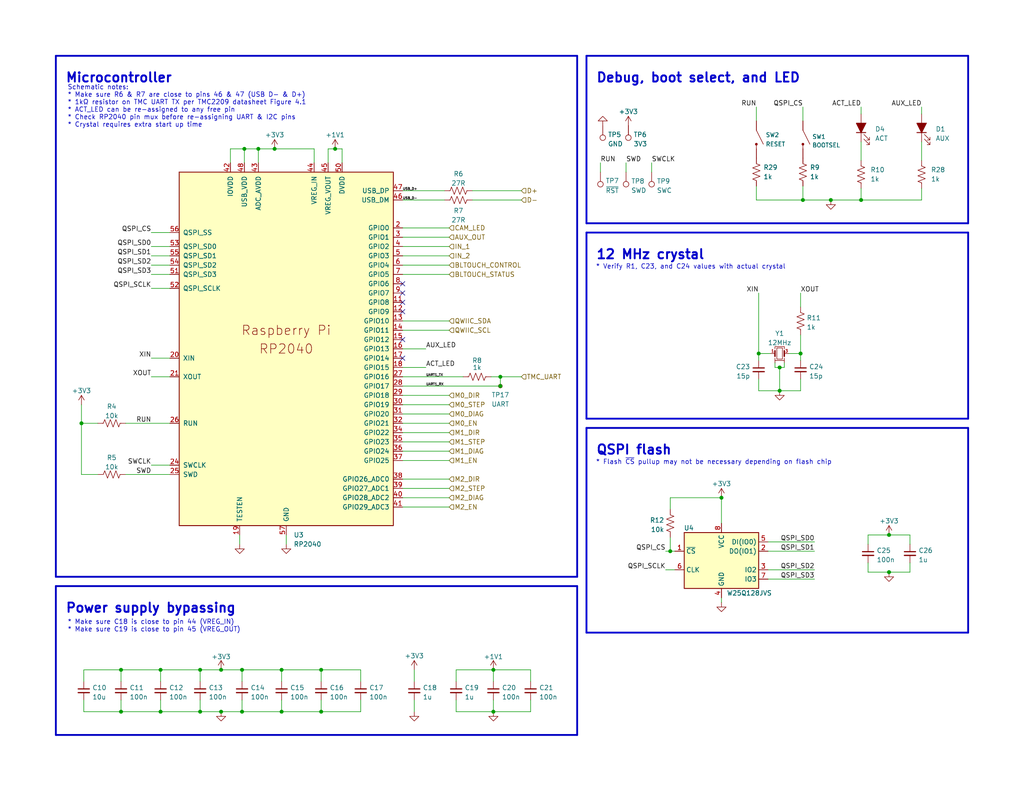
<source format=kicad_sch>
(kicad_sch (version 20211123) (generator eeschema)
  (paper "USLetter")
  (title_block (title "Jellyfish") (date "2022-10-14") (rev "v1") (company "Winterbloom") (comment 1 "Alethea Flowers") (comment 2 "CERN-OHL-S V2") (comment 3 "jellyfish.wntr.dev"))
  (lib_symbols
    (symbol "Connector:TestPoint" (pin_numbers hide) (pin_names (offset 0.762) hide)
      (property "Reference" "TP" (at 0 6.858 0))
      (property "Value" "TestPoint" (at 0 5.08 0))
      (symbol "TestPoint_0_1"
        (circle (center 0 3.302) (radius 0.762))
      )
      (symbol "TestPoint_1_1"
        (pin passive line (at 0 0 90) (length 2.54) (name "1") (number "1"))
      )
    )
    (symbol "Connector:TestPoint_Small" (pin_numbers hide) (pin_names (offset 0.762) hide)
      (property "Reference" "TP" (at 0 3.81 0))
      (property "Value" "TestPoint_Small" (at 0 2.032 0))
      (symbol "TestPoint_Small_0_1"
        (circle (center 0 0) (radius 0.508))
      )
      (symbol "TestPoint_Small_1_1"
        (pin passive line (at 0 0 90) (length 0) (name "1") (number "1"))
      )
    )
    (symbol "Device:C_Small" (pin_numbers hide) (pin_names (offset 0.254) hide)
      (property "Reference" "C" (at 0.254 1.778 0))
      (property "Value" "C_Small" (at 0.254 -2.032 0))
      (symbol "C_Small_0_1"
        (polyline (pts (xy -1.524 -0.508) (xy 1.524 -0.508)) (stroke (width 0.3302)))
        (polyline (pts (xy -1.524 0.508) (xy 1.524 0.508)) (stroke (width 0.3048)))
      )
      (symbol "C_Small_1_1"
        (pin passive line (at 0 2.54 270) (length 2.032) (name "~") (number "1"))
        (pin passive line (at 0 -2.54 90) (length 2.032) (name "~") (number "2"))
      )
    )
    (symbol "Device:LED_Filled" (pin_numbers hide) (pin_names (offset 1.016) hide)
      (property "Reference" "D" (at 0 2.54 0))
      (property "Value" "LED_Filled" (at 0 -2.54 0))
      (symbol "LED_Filled_0_1"
        (polyline (pts (xy -1.27 -1.27) (xy -1.27 1.27)) (stroke (width 0.254)))
        (polyline (pts (xy -1.27 0) (xy 1.27 0)))
        (polyline (pts (xy 1.27 -1.27) (xy 1.27 1.27) (xy -1.27 0) (xy 1.27 -1.27)) (stroke (width 0.254)) (fill (type outline)))
        (polyline (pts (xy -3.048 -0.762) (xy -4.572 -2.286) (xy -3.81 -2.286) (xy -4.572 -2.286) (xy -4.572 -1.524)))
        (polyline (pts (xy -1.778 -0.762) (xy -3.302 -2.286) (xy -2.54 -2.286) (xy -3.302 -2.286) (xy -3.302 -1.524)))
      )
      (symbol "LED_Filled_1_1"
        (pin passive line (at -3.81 0 0) (length 2.54) (name "K") (number "1"))
        (pin passive line (at 3.81 0 180) (length 2.54) (name "A") (number "2"))
      )
    )
    (symbol "Device:R_US" (pin_numbers hide) (pin_names (offset 0))
      (property "Reference" "R" (at 2.54 0 90))
      (property "Value" "R_US" (at -2.54 0 90))
      (symbol "R_US_0_1"
        (polyline (pts (xy 0 -2.286) (xy 0 -2.54)))
        (polyline (pts (xy 0 2.286) (xy 0 2.54)))
        (polyline (pts (xy 0 -0.762) (xy 1.016 -1.143) (xy 0 -1.524) (xy -1.016 -1.905) (xy 0 -2.286)))
        (polyline (pts (xy 0 0.762) (xy 1.016 0.381) (xy 0 0) (xy -1.016 -0.381) (xy 0 -0.762)))
        (polyline (pts (xy 0 2.286) (xy 1.016 1.905) (xy 0 1.524) (xy -1.016 1.143) (xy 0 0.762)))
      )
      (symbol "R_US_1_1"
        (pin passive line (at 0 3.81 270) (length 1.27) (name "~") (number "1"))
        (pin passive line (at 0 -3.81 90) (length 1.27) (name "~") (number "2"))
      )
    )
    (symbol "Memory_Flash:W25Q128JVS"
      (property "Reference" "U" (at -8.89 8.89 0))
      (property "Value" "W25Q128JVS" (at 7.62 8.89 0))
      (symbol "W25Q128JVS_0_1"
        (rectangle (start -10.16 7.62) (end 10.16 -7.62) (stroke (width 0.254)) (fill (type background)))
      )
      (symbol "W25Q128JVS_1_1"
        (pin input line (at -12.7 2.54 0) (length 2.54) (name "~{CS}") (number "1"))
        (pin bidirectional line (at 12.7 2.54 180) (length 2.54) (name "DO(IO1)") (number "2"))
        (pin bidirectional line (at 12.7 -2.54 180) (length 2.54) (name "IO2") (number "3"))
        (pin power_in line (at 0 -10.16 90) (length 2.54) (name "GND") (number "4"))
        (pin bidirectional line (at 12.7 5.08 180) (length 2.54) (name "DI(IO0)") (number "5"))
        (pin input line (at -12.7 -2.54 0) (length 2.54) (name "CLK") (number "6"))
        (pin bidirectional line (at 12.7 -5.08 180) (length 2.54) (name "IO3") (number "7"))
        (pin power_in line (at 0 10.16 270) (length 2.54) (name "VCC") (number "8"))
      )
    )
    (symbol "power:+1V1" (power) (pin_names (offset 0))
      (property "Value" "+1V1" (at 0 3.556 0))
      (symbol "+1V1_0_1"
        (polyline (pts (xy -0.762 1.27) (xy 0 2.54)))
        (polyline (pts (xy 0 0) (xy 0 2.54)))
        (polyline (pts (xy 0 2.54) (xy 0.762 1.27)))
      )
      (symbol "+1V1_1_1"
        (pin power_in line (at 0 0 90) (length 0) hide (name "+1V1") (number "1"))
      )
    )
    (symbol "power:+3V3" (power) (pin_names (offset 0))
      (property "Value" "+3V3" (at 0 3.556 0))
      (symbol "+3V3_0_1"
        (polyline (pts (xy -0.762 1.27) (xy 0 2.54)))
        (polyline (pts (xy 0 0) (xy 0 2.54)))
        (polyline (pts (xy 0 2.54) (xy 0.762 1.27)))
      )
      (symbol "+3V3_1_1"
        (pin power_in line (at 0 0 90) (length 0) hide (name "+3V3") (number "1"))
      )
    )
    (symbol "power:GND" (power) (pin_names (offset 0))
      (property "Value" "GND" (at 0 -3.81 0))
      (symbol "GND_0_1"
        (polyline (pts (xy 0 0) (xy 0 -1.27) (xy 1.27 -1.27) (xy 0 -2.54) (xy -1.27 -1.27) (xy 0 -1.27)))
      )
      (symbol "GND_1_1"
        (pin power_in line (at 0 0 270) (length 0) hide (name "GND") (number "1"))
      )
    )
    (symbol "winterbloom:Crystal_12MHz_4Pin" (pin_names (offset 1.016) hide)
      (property "Reference" "Y1" (at 0 5.08 0))
      (property "Value" "Crystal_12MHz_4Pin" (at 0 3.175 0))
      (symbol "Crystal_12MHz_4Pin_0_1"
        (rectangle (start -0.762 -1.524) (end 0.762 1.524))
        (polyline (pts (xy -1.27 -0.762) (xy -1.27 0.762)) (stroke (width 0.381)))
        (polyline (pts (xy 1.27 -0.762) (xy 1.27 0.762)) (stroke (width 0.381)))
        (polyline (pts (xy -1.27 -1.27) (xy -1.27 -1.905) (xy 1.27 -1.905) (xy 1.27 -1.27)))
        (polyline (pts (xy -1.27 1.27) (xy -1.27 1.905) (xy 1.27 1.905) (xy 1.27 1.27)))
      )
      (symbol "Crystal_12MHz_4Pin_1_1"
        (pin passive line (at -2.54 0 0) (length 1.27) (name "1") (number "1"))
        (pin passive line (at -1.27 -2.54 90) (length 0.635) (name "2") (number "2"))
        (pin passive line (at 2.54 0 180) (length 1.27) (name "3") (number "3"))
        (pin passive line (at 1.27 -2.54 90) (length 0.635) (name "4") (number "4"))
      )
    )
    (symbol "winterbloom:RP2040" (pin_names (offset 1.016))
      (property "Reference" "U301" (at 2.0194 -50.8 0))
      (property "Value" "RP2040" (at 2.0194 -53.34 0))
      (symbol "RP2040_0_0"
        (text "Raspberry Pi" (at 0 5.08 0) (effects (font (size 2.54 2.54))))
        (text "RP2040" (at 0 0 0) (effects (font (size 2.54 2.54))))
      )
      (symbol "RP2040_0_1"
        (rectangle (start 29.21 48.26) (end -29.21 -48.26) (stroke (width 0.254)) (fill (type background)))
      )
      (symbol "RP2040_1_1"
        (pin power_in line (at -15.24 50.8 270) (length 2.54) hide (name "IOVDD") (number "1"))
        (pin power_in line (at -15.24 50.8 270) (length 2.54) hide (name "IOVDD") (number "10"))
        (pin bidirectional line (at 31.75 12.7 180) (length 2.54) (name "GPIO8") (number "11"))
        (pin bidirectional line (at 31.75 10.16 180) (length 2.54) (name "GPIO9") (number "12"))
        (pin bidirectional line (at 31.75 7.62 180) (length 2.54) (name "GPIO10") (number "13"))
        (pin bidirectional line (at 31.75 5.08 180) (length 2.54) (name "GPIO11") (number "14"))
        (pin bidirectional line (at 31.75 2.54 180) (length 2.54) (name "GPIO12") (number "15"))
        (pin bidirectional line (at 31.75 0 180) (length 2.54) (name "GPIO13") (number "16"))
        (pin bidirectional line (at 31.75 -2.54 180) (length 2.54) (name "GPIO14") (number "17"))
        (pin bidirectional line (at 31.75 -5.08 180) (length 2.54) (name "GPIO15") (number "18"))
        (pin passive line (at -12.7 -50.8 90) (length 2.54) (name "TESTEN") (number "19"))
        (pin bidirectional line (at 31.75 33.02 180) (length 2.54) (name "GPIO0") (number "2"))
        (pin input line (at -31.75 -2.54 0) (length 2.54) (name "XIN") (number "20"))
        (pin passive line (at -31.75 -7.62 0) (length 2.54) (name "XOUT") (number "21"))
        (pin power_in line (at -15.24 50.8 270) (length 2.54) hide (name "IOVDD") (number "22"))
        (pin power_in line (at 15.24 50.8 270) (length 2.54) hide (name "DVDD") (number "23"))
        (pin output line (at -31.75 -31.75 0) (length 2.54) (name "SWCLK") (number "24"))
        (pin bidirectional line (at -31.75 -34.29 0) (length 2.54) (name "SWD") (number "25"))
        (pin input line (at -31.75 -20.32 0) (length 2.54) (name "RUN") (number "26"))
        (pin bidirectional line (at 31.75 -7.62 180) (length 2.54) (name "GPIO16") (number "27"))
        (pin bidirectional line (at 31.75 -10.16 180) (length 2.54) (name "GPIO17") (number "28"))
        (pin bidirectional line (at 31.75 -12.7 180) (length 2.54) (name "GPIO18") (number "29"))
        (pin bidirectional line (at 31.75 30.48 180) (length 2.54) (name "GPIO1") (number "3"))
        (pin bidirectional line (at 31.75 -15.24 180) (length 2.54) (name "GPIO19") (number "30"))
        (pin bidirectional line (at 31.75 -17.78 180) (length 2.54) (name "GPIO20") (number "31"))
        (pin bidirectional line (at 31.75 -20.32 180) (length 2.54) (name "GPIO21") (number "32"))
        (pin power_in line (at -15.24 50.8 270) (length 2.54) hide (name "IOVDD") (number "33"))
        (pin bidirectional line (at 31.75 -22.86 180) (length 2.54) (name "GPIO22") (number "34"))
        (pin bidirectional line (at 31.75 -25.4 180) (length 2.54) (name "GPIO23") (number "35"))
        (pin bidirectional line (at 31.75 -27.94 180) (length 2.54) (name "GPIO24") (number "36"))
        (pin bidirectional line (at 31.75 -30.48 180) (length 2.54) (name "GPIO25") (number "37"))
        (pin bidirectional line (at 31.75 -35.56 180) (length 2.54) (name "GPIO26_ADC0") (number "38"))
        (pin bidirectional line (at 31.75 -38.1 180) (length 2.54) (name "GPIO27_ADC1") (number "39"))
        (pin bidirectional line (at 31.75 27.94 180) (length 2.54) (name "GPIO2") (number "4"))
        (pin bidirectional line (at 31.75 -40.64 180) (length 2.54) (name "GPIO28_ADC2") (number "40"))
        (pin bidirectional line (at 31.75 -43.18 180) (length 2.54) (name "GPIO29_ADC3") (number "41"))
        (pin power_in line (at -15.24 50.8 270) (length 2.54) (name "IOVDD") (number "42"))
        (pin power_in line (at -7.62 50.8 270) (length 2.54) (name "ADC_AVDD") (number "43"))
        (pin power_in line (at 7.62 50.8 270) (length 2.54) (name "VREG_IN") (number "44"))
        (pin power_out line (at 11.43 50.8 270) (length 2.54) (name "VREG_VOUT") (number "45"))
        (pin bidirectional line (at 31.75 40.64 180) (length 2.54) (name "USB_DM") (number "46"))
        (pin bidirectional line (at 31.75 43.18 180) (length 2.54) (name "USB_DP") (number "47"))
        (pin power_in line (at -11.43 50.8 270) (length 2.54) (name "USB_VDD") (number "48"))
        (pin power_in line (at -15.24 50.8 270) (length 2.54) hide (name "IOVDD") (number "49"))
        (pin bidirectional line (at 31.75 25.4 180) (length 2.54) (name "GPIO3") (number "5"))
        (pin power_in line (at 15.24 50.8 270) (length 2.54) (name "DVDD") (number "50"))
        (pin bidirectional line (at -31.75 20.32 0) (length 2.54) (name "QSPI_SD3") (number "51"))
        (pin output line (at -31.75 16.51 0) (length 2.54) (name "QSPI_SCLK") (number "52"))
        (pin bidirectional line (at -31.75 27.94 0) (length 2.54) (name "QSPI_SD0") (number "53"))
        (pin bidirectional line (at -31.75 22.86 0) (length 2.54) (name "QSPI_SD2") (number "54"))
        (pin bidirectional line (at -31.75 25.4 0) (length 2.54) (name "QSPI_SD1") (number "55"))
        (pin bidirectional line (at -31.75 31.75 0) (length 2.54) (name "QSPI_SS") (number "56"))
        (pin power_in line (at 0 -50.8 90) (length 2.54) (name "GND") (number "57"))
        (pin bidirectional line (at 31.75 22.86 180) (length 2.54) (name "GPIO4") (number "6"))
        (pin bidirectional line (at 31.75 20.32 180) (length 2.54) (name "GPIO5") (number "7"))
        (pin bidirectional line (at 31.75 17.78 180) (length 2.54) (name "GPIO6") (number "8"))
        (pin bidirectional line (at 31.75 15.24 180) (length 2.54) (name "GPIO7") (number "9"))
      )
    )
    (symbol "winterbloom:Tactile_Switch" (pin_numbers hide) (pin_names (offset 1.016) hide)
      (property "Reference" "SW" (at -1.27 -3.302 0))
      (property "Value" "Tactile_Switch" (at -6.223 -1.524 0))
      (symbol "Tactile_Switch_1_0"
        (polyline (pts (xy -2.54 0) (xy 1.27 1.905)))
        (polyline (pts (xy 2.54 0) (xy 1.27 0)))
        (circle (center 1.27 0) (radius 0.2794) (fill (type outline)))
      )
      (symbol "Tactile_Switch_1_1"
        (pin passive line (at -5.08 0 0) (length 2.54) (name "1") (number "1"))
        (pin passive line (at 5.08 0 180) (length 2.54) (name "2") (number "2"))
      )
    )
  )
  (junction (at 207.01 96.52))
  (junction (at 76.835 194.31))
  (junction (at 74.93 40.64))
  (junction (at 136.525 105.41))
  (junction (at 54.61 194.31))
  (junction (at 234.95 54.61))
  (junction (at 66.04 182.88))
  (junction (at 43.815 182.88))
  (junction (at 33.02 194.31))
  (junction (at 66.04 194.31))
  (junction (at 136.525 102.87))
  (junction (at 134.62 182.88))
  (junction (at 33.02 182.88))
  (junction (at 212.725 106.68))
  (junction (at 60.325 182.88))
  (junction (at 226.695 54.61))
  (junction (at 218.44 96.52))
  (junction (at 54.61 182.88))
  (junction (at 43.815 194.31))
  (junction (at 22.225 115.57))
  (junction (at 242.57 156.21))
  (junction (at 70.485 40.64))
  (junction (at 219.075 54.61))
  (junction (at 87.63 182.88))
  (junction (at 87.63 194.31))
  (junction (at 91.44 40.64))
  (junction (at 60.325 194.31))
  (junction (at 76.835 182.88))
  (junction (at 66.675 40.64))
  (junction (at 134.62 194.31))
  (junction (at 182.88 150.495))
  (junction (at 212.725 100.33))
  (junction (at 242.57 146.05))
  (junction (at 196.85 135.89))
  (no_connect (at 109.855 80.01))
  (no_connect (at 109.855 77.47))
  (no_connect (at 109.855 92.71))
  (no_connect (at 109.855 82.55))
  (no_connect (at 109.855 85.09))
  (no_connect (at 109.855 97.79))
  (wire (pts (xy 43.815 194.31) (xy 33.02 194.31)))
  (polyline (pts (xy 160.02 63.5) (xy 264.16 63.5)) (stroke (width 0.5) (type solid)))
  (wire (pts (xy 70.485 40.64) (xy 70.485 44.45)))
  (wire (pts (xy 109.855 105.41) (xy 136.525 105.41)))
  (wire (pts (xy 109.855 64.77) (xy 122.555 64.77)))
  (wire (pts (xy 212.725 100.33) (xy 212.725 106.68)))
  (polyline (pts (xy 160.02 116.84) (xy 160.02 172.72)) (stroke (width 0.5) (type solid)))
  (wire (pts (xy 251.46 51.435) (xy 251.46 54.61)))
  (polyline (pts (xy 160.02 15.24) (xy 160.02 60.96)) (stroke (width 0.5) (type solid)))
  (wire (pts (xy 234.95 43.815) (xy 234.95 38.735)))
  (wire (pts (xy 26.67 129.54) (xy 22.225 129.54)))
  (wire (pts (xy 207.01 106.68) (xy 212.725 106.68)))
  (wire (pts (xy 109.855 107.95) (xy 122.555 107.95)))
  (wire (pts (xy 91.44 40.64) (xy 93.345 40.64)))
  (wire (pts (xy 109.855 67.31) (xy 122.555 67.31)))
  (wire (pts (xy 181.61 150.495) (xy 182.88 150.495)))
  (wire (pts (xy 66.675 40.64) (xy 62.865 40.64)))
  (wire (pts (xy 251.46 29.21) (xy 251.46 31.115)))
  (wire (pts (xy 60.325 194.31) (xy 54.61 194.31)))
  (wire (pts (xy 66.04 182.88) (xy 76.835 182.88)))
  (wire (pts (xy 236.855 146.05) (xy 236.855 148.59)))
  (wire (pts (xy 196.85 163.195) (xy 196.85 164.465)))
  (wire (pts (xy 33.02 182.88) (xy 43.815 182.88)))
  (wire (pts (xy 212.725 100.33) (xy 213.995 100.33)))
  (wire (pts (xy 43.815 182.88) (xy 43.815 186.055)))
  (wire (pts (xy 218.44 80.01) (xy 218.44 83.82)))
  (wire (pts (xy 41.275 74.93) (xy 46.355 74.93)))
  (wire (pts (xy 66.04 191.135) (xy 66.04 194.31)))
  (wire (pts (xy 62.865 44.45) (xy 62.865 40.64)))
  (wire (pts (xy 74.93 40.64) (xy 85.725 40.64)))
  (wire (pts (xy 124.46 182.88) (xy 134.62 182.88)))
  (wire (pts (xy 219.075 54.61) (xy 206.375 54.61)))
  (wire (pts (xy 109.855 125.73) (xy 122.555 125.73)))
  (wire (pts (xy 109.855 102.87) (xy 126.365 102.87)))
  (wire (pts (xy 60.325 182.88) (xy 66.04 182.88)))
  (wire (pts (xy 109.855 135.89) (xy 122.555 135.89)))
  (wire (pts (xy 109.855 138.43) (xy 122.555 138.43)))
  (wire (pts (xy 144.78 182.88) (xy 144.78 186.055)))
  (wire (pts (xy 70.485 40.64) (xy 74.93 40.64)))
  (polyline (pts (xy 264.16 60.96) (xy 160.02 60.96)) (stroke (width 0.5) (type solid)))
  (wire (pts (xy 242.57 156.21) (xy 236.855 156.21)))
  (wire (pts (xy 113.03 191.135) (xy 113.03 194.31)))
  (wire (pts (xy 207.01 80.01) (xy 207.01 96.52)))
  (wire (pts (xy 124.46 182.88) (xy 124.46 186.055)))
  (wire (pts (xy 128.905 54.61) (xy 142.24 54.61)))
  (wire (pts (xy 109.855 133.35) (xy 122.555 133.35)))
  (polyline (pts (xy 15.24 15.24) (xy 157.48 15.24)) (stroke (width 0.5) (type solid)))
  (wire (pts (xy 209.55 147.955) (xy 222.25 147.955)))
  (wire (pts (xy 109.855 69.85) (xy 122.555 69.85)))
  (wire (pts (xy 215.265 96.52) (xy 218.44 96.52)))
  (wire (pts (xy 134.62 191.135) (xy 134.62 194.31)))
  (wire (pts (xy 54.61 194.31) (xy 43.815 194.31)))
  (wire (pts (xy 209.55 155.575) (xy 222.25 155.575)))
  (wire (pts (xy 65.405 146.05) (xy 65.405 148.59)))
  (wire (pts (xy 54.61 182.88) (xy 60.325 182.88)))
  (wire (pts (xy 22.86 182.88) (xy 33.02 182.88)))
  (wire (pts (xy 66.04 182.88) (xy 66.04 186.055)))
  (wire (pts (xy 76.835 194.31) (xy 66.04 194.31)))
  (wire (pts (xy 136.525 102.87) (xy 142.24 102.87)))
  (wire (pts (xy 219.075 50.8) (xy 219.075 54.61)))
  (wire (pts (xy 109.855 123.19) (xy 122.555 123.19)))
  (wire (pts (xy 136.525 102.87) (xy 136.525 105.41)))
  (wire (pts (xy 22.225 115.57) (xy 26.67 115.57)))
  (wire (pts (xy 248.285 153.67) (xy 248.285 156.21)))
  (wire (pts (xy 177.8 44.45) (xy 177.8 46.99)))
  (wire (pts (xy 33.02 191.135) (xy 33.02 194.31)))
  (wire (pts (xy 144.78 194.31) (xy 134.62 194.31)))
  (wire (pts (xy 206.375 29.21) (xy 206.375 33.02)))
  (polyline (pts (xy 264.16 15.24) (xy 264.16 60.96)) (stroke (width 0.5) (type solid)))
  (wire (pts (xy 109.855 115.57) (xy 122.555 115.57)))
  (wire (pts (xy 236.855 146.05) (xy 242.57 146.05)))
  (wire (pts (xy 109.855 74.93) (xy 122.555 74.93)))
  (wire (pts (xy 109.855 113.03) (xy 122.555 113.03)))
  (wire (pts (xy 109.855 72.39) (xy 122.555 72.39)))
  (polyline (pts (xy 157.48 160.02) (xy 157.48 200.66)) (stroke (width 0.5) (type solid)))
  (wire (pts (xy 236.855 156.21) (xy 236.855 153.67)))
  (wire (pts (xy 98.425 191.135) (xy 98.425 194.31)))
  (wire (pts (xy 248.285 156.21) (xy 242.57 156.21)))
  (wire (pts (xy 109.855 90.17) (xy 122.555 90.17)))
  (wire (pts (xy 218.44 96.52) (xy 218.44 98.425)))
  (wire (pts (xy 91.44 40.64) (xy 89.535 40.64)))
  (wire (pts (xy 206.375 54.61) (xy 206.375 50.8)))
  (wire (pts (xy 109.855 120.65) (xy 122.555 120.65)))
  (wire (pts (xy 234.95 54.61) (xy 226.695 54.61)))
  (wire (pts (xy 109.855 54.61) (xy 121.285 54.61)))
  (wire (pts (xy 76.835 191.135) (xy 76.835 194.31)))
  (wire (pts (xy 248.285 146.05) (xy 248.285 148.59)))
  (polyline (pts (xy 264.16 114.3) (xy 160.02 114.3)) (stroke (width 0.5) (type solid)))
  (wire (pts (xy 113.03 182.88) (xy 113.03 186.055)))
  (wire (pts (xy 22.225 110.49) (xy 22.225 115.57)))
  (wire (pts (xy 109.855 130.81) (xy 122.555 130.81)))
  (wire (pts (xy 22.225 129.54) (xy 22.225 115.57)))
  (polyline (pts (xy 264.16 116.84) (xy 264.16 172.72)) (stroke (width 0.5) (type solid)))
  (wire (pts (xy 181.61 155.575) (xy 184.15 155.575)))
  (wire (pts (xy 54.61 182.88) (xy 54.61 186.055)))
  (wire (pts (xy 98.425 182.88) (xy 98.425 186.055)))
  (wire (pts (xy 133.985 102.87) (xy 136.525 102.87)))
  (wire (pts (xy 109.855 95.25) (xy 116.205 95.25)))
  (wire (pts (xy 242.57 146.05) (xy 248.285 146.05)))
  (wire (pts (xy 41.275 63.5) (xy 46.355 63.5)))
  (polyline (pts (xy 15.24 160.02) (xy 15.24 200.66)) (stroke (width 0.5) (type solid)))
  (wire (pts (xy 43.815 182.88) (xy 54.61 182.88)))
  (polyline (pts (xy 15.24 160.02) (xy 157.48 160.02)) (stroke (width 0.5) (type solid)))
  (polyline (pts (xy 157.48 15.24) (xy 157.48 157.48)) (stroke (width 0.5) (type solid)))
  (polyline (pts (xy 15.24 15.24) (xy 15.24 157.48)) (stroke (width 0.5) (type solid)))
  (polyline (pts (xy 264.16 172.72) (xy 160.02 172.72)) (stroke (width 0.5) (type solid)))
  (wire (pts (xy 124.46 191.135) (xy 124.46 194.31)))
  (wire (pts (xy 85.725 40.64) (xy 85.725 44.45)))
  (wire (pts (xy 134.62 194.31) (xy 124.46 194.31)))
  (wire (pts (xy 93.345 44.45) (xy 93.345 40.64)))
  (wire (pts (xy 41.275 97.79) (xy 46.355 97.79)))
  (wire (pts (xy 182.88 135.89) (xy 196.85 135.89)))
  (wire (pts (xy 196.85 135.89) (xy 196.85 142.875)))
  (wire (pts (xy 89.535 40.64) (xy 89.535 44.45)))
  (wire (pts (xy 78.105 146.05) (xy 78.105 148.59)))
  (wire (pts (xy 46.355 129.54) (xy 34.29 129.54)))
  (wire (pts (xy 144.78 191.135) (xy 144.78 194.31)))
  (wire (pts (xy 87.63 191.135) (xy 87.63 194.31)))
  (wire (pts (xy 66.675 44.45) (xy 66.675 40.64)))
  (wire (pts (xy 109.855 110.49) (xy 122.555 110.49)))
  (wire (pts (xy 41.275 78.74) (xy 46.355 78.74)))
  (wire (pts (xy 87.63 194.31) (xy 76.835 194.31)))
  (wire (pts (xy 76.835 182.88) (xy 76.835 186.055)))
  (wire (pts (xy 46.355 115.57) (xy 34.29 115.57)))
  (wire (pts (xy 218.44 106.68) (xy 218.44 103.505)))
  (wire (pts (xy 163.83 44.45) (xy 163.83 46.99)))
  (wire (pts (xy 251.46 54.61) (xy 234.95 54.61)))
  (wire (pts (xy 219.075 29.21) (xy 219.075 33.02)))
  (wire (pts (xy 234.95 29.21) (xy 234.95 31.115)))
  (wire (pts (xy 41.275 72.39) (xy 46.355 72.39)))
  (wire (pts (xy 234.95 51.435) (xy 234.95 54.61)))
  (polyline (pts (xy 160.02 15.24) (xy 264.16 15.24)) (stroke (width 0.5) (type solid)))
  (wire (pts (xy 218.44 91.44) (xy 218.44 96.52)))
  (wire (pts (xy 41.275 69.85) (xy 46.355 69.85)))
  (wire (pts (xy 182.88 135.89) (xy 182.88 139.065)))
  (wire (pts (xy 41.275 127) (xy 46.355 127)))
  (wire (pts (xy 109.855 62.23) (xy 122.555 62.23)))
  (wire (pts (xy 22.86 182.88) (xy 22.86 186.055)))
  (wire (pts (xy 134.62 182.88) (xy 144.78 182.88)))
  (wire (pts (xy 43.815 191.135) (xy 43.815 194.31)))
  (wire (pts (xy 128.905 52.07) (xy 142.24 52.07)))
  (wire (pts (xy 109.855 100.33) (xy 116.205 100.33)))
  (wire (pts (xy 251.46 43.815) (xy 251.46 38.735)))
  (polyline (pts (xy 264.16 63.5) (xy 264.16 114.3)) (stroke (width 0.5) (type solid)))
  (wire (pts (xy 212.725 106.68) (xy 218.44 106.68)))
  (wire (pts (xy 76.835 182.88) (xy 87.63 182.88)))
  (wire (pts (xy 60.325 194.31) (xy 66.04 194.31)))
  (wire (pts (xy 134.62 182.88) (xy 134.62 186.055)))
  (wire (pts (xy 109.855 118.11) (xy 122.555 118.11)))
  (wire (pts (xy 213.995 100.33) (xy 213.995 99.06)))
  (wire (pts (xy 209.55 158.115) (xy 222.25 158.115)))
  (wire (pts (xy 66.675 40.64) (xy 70.485 40.64)))
  (wire (pts (xy 33.02 182.88) (xy 33.02 186.055)))
  (wire (pts (xy 54.61 191.135) (xy 54.61 194.31)))
  (wire (pts (xy 211.455 99.06) (xy 211.455 100.33)))
  (wire (pts (xy 41.275 102.87) (xy 46.355 102.87)))
  (wire (pts (xy 41.275 67.31) (xy 46.355 67.31)))
  (wire (pts (xy 109.855 52.07) (xy 121.285 52.07)))
  (wire (pts (xy 209.55 150.495) (xy 222.25 150.495)))
  (polyline (pts (xy 157.48 157.48) (xy 15.24 157.48)) (stroke (width 0.5) (type solid)))
  (wire (pts (xy 182.88 150.495) (xy 184.15 150.495)))
  (wire (pts (xy 207.01 98.425) (xy 207.01 96.52)))
  (wire (pts (xy 207.01 96.52) (xy 210.185 96.52)))
  (wire (pts (xy 87.63 182.88) (xy 87.63 186.055)))
  (polyline (pts (xy 160.02 116.84) (xy 264.16 116.84)) (stroke (width 0.5) (type solid)))
  (wire (pts (xy 170.815 44.45) (xy 170.815 46.99)))
  (wire (pts (xy 109.855 87.63) (xy 122.555 87.63)))
  (wire (pts (xy 87.63 194.31) (xy 98.425 194.31)))
  (polyline (pts (xy 157.48 200.66) (xy 15.24 200.66)) (stroke (width 0.5) (type solid)))
  (wire (pts (xy 207.01 103.505) (xy 207.01 106.68)))
  (wire (pts (xy 22.86 194.31) (xy 22.86 191.135)))
  (wire (pts (xy 182.88 146.685) (xy 182.88 150.495)))
  (polyline (pts (xy 160.02 63.5) (xy 160.02 114.3)) (stroke (width 0.5) (type solid)))
  (wire (pts (xy 87.63 182.88) (xy 98.425 182.88)))
  (wire (pts (xy 33.02 194.31) (xy 22.86 194.31)))
  (wire (pts (xy 211.455 100.33) (xy 212.725 100.33)))
  (wire (pts (xy 226.695 54.61) (xy 219.075 54.61)))
  (text "Power supply bypassing" (at 17.78 167.64 0) (effects (font (size 2.54 2.54) bold) (justify left bottom)))
  (text "* Flash ~{CS} pullup may not be necessary depending on flash chip" (at 162.56 127 0) (effects (font (size 1.27 1.27)) (justify left bottom)))
  (text "Schematic notes:\n* Make sure R6 & R7 are close to pins 46 & 47 (USB D- & D+)\n* 1kΩ resistor on TMC UART TX per TMC2209 datasheet Figure 4.1\n* ACT_LED can be re-assigned to any free pin\n* Check RP2040 pin mux before re-assigning UART & I2C pins\n* Crystal requires extra start up time" (at 18.415 34.925 0) (effects (font (size 1.27 1.27)) (justify left bottom)))
  (text "* Make sure C18 is close to pin 44 (VREG_IN)\n* Make sure C19 is close to pin 45 (VREG_OUT)" (at 18.415 172.72 0) (effects (font (size 1.27 1.27)) (justify left bottom)))
  (text "* Verify R1, C23, and C24 values with actual crystal" (at 162.56 73.66 0) (effects (font (size 1.27 1.27)) (justify left bottom)))
  (text "12 MHz crystal" (at 162.56 71.12 0) (effects (font (size 2.54 2.54) bold) (justify left bottom)))
  (text "QSPI flash" (at 162.56 124.46 0) (effects (font (size 2.54 2.54) bold) (justify left bottom)))
  (text "Debug, boot select, and LED" (at 162.56 22.86 0) (effects (font (size 2.54 2.54) bold) (justify left bottom)))
  (text "Microcontroller" (at 17.78 22.86 0) (effects (font (size 2.54 2.54) bold) (justify left bottom)))
  (label "ACT_LED" (at 234.95 29.21 180))
  (label "SWCLK" (at 177.8 44.45 0))
  (label "USB_D+" (at 109.855 52.07 0) (effects (font (size 0.64 0.64))))
  (label "QSPI_CS" (at 181.61 150.495 180))
  (label "QSPI_SD1" (at 222.25 150.495 180))
  (label "XOUT" (at 41.275 102.87 180))
  (label "QSPI_SD1" (at 41.275 69.85 180))
  (label "QSPI_SD2" (at 41.275 72.39 180))
  (label "SWCLK" (at 41.275 127 180))
  (label "XIN" (at 207.01 80.01 180))
  (label "QSPI_CS" (at 41.275 63.5 180))
  (label "QSPI_SCLK" (at 181.61 155.575 180))
  (label "ACT_LED" (at 116.205 100.33 0))
  (label "USB_D-" (at 109.855 54.61 0) (effects (font (size 0.64 0.64))))
  (label "QSPI_SD0" (at 222.25 147.955 180))
  (label "SWD" (at 41.275 129.54 180))
  (label "AUX_LED" (at 251.46 29.21 180))
  (label "QSPI_SD0" (at 41.275 67.31 180))
  (label "UART1_TX" (at 116.205 102.87 0) (effects (font (size 0.64 0.64))))
  (label "QSPI_SD3" (at 222.25 158.115 180))
  (label "RUN" (at 163.83 44.45 0))
  (label "QSPI_SD2" (at 222.25 155.575 180))
  (label "QSPI_SCLK" (at 41.275 78.74 180))
  (label "QSPI_SD3" (at 41.275 74.93 180))
  (label "XOUT" (at 218.44 80.01 0))
  (label "XIN" (at 41.275 97.79 180))
  (label "RUN" (at 206.375 29.21 180))
  (label "SWD" (at 170.815 44.45 0))
  (label "QSPI_CS" (at 219.075 29.21 180))
  (label "AUX_LED" (at 116.205 95.25 0))
  (label "UART1_RX" (at 116.205 105.41 0) (effects (font (size 0.64 0.64))))
  (label "RUN" (at 41.275 115.57 180))
  (hierarchical_label "D-" (shape input) (at 142.24 54.61 0))
  (hierarchical_label "M0_EN" (shape input) (at 122.555 115.57 0))
  (hierarchical_label "M0_DIR" (shape input) (at 122.555 107.95 0))
  (hierarchical_label "M0_STEP" (shape input) (at 122.555 110.49 0))
  (hierarchical_label "M1_STEP" (shape input) (at 122.555 120.65 0))
  (hierarchical_label "M0_DIAG" (shape input) (at 122.555 113.03 0))
  (hierarchical_label "CAM_LED" (shape input) (at 122.555 62.23 0))
  (hierarchical_label "IN_2" (shape input) (at 122.555 69.85 0))
  (hierarchical_label "BLTOUCH_CONTROL" (shape input) (at 122.555 72.39 0))
  (hierarchical_label "QWIIC_SDA" (shape input) (at 122.555 87.63 0))
  (hierarchical_label "D+" (shape input) (at 142.24 52.07 0))
  (hierarchical_label "M1_DIR" (shape input) (at 122.555 118.11 0))
  (hierarchical_label "M1_EN" (shape input) (at 122.555 125.73 0))
  (hierarchical_label "TMC_UART" (shape input) (at 142.24 102.87 0))
  (hierarchical_label "M2_DIR" (shape input) (at 122.555 130.81 0))
  (hierarchical_label "QWIIC_SCL" (shape input) (at 122.555 90.17 0))
  (hierarchical_label "BLTOUCH_STATUS" (shape input) (at 122.555 74.93 0))
  (hierarchical_label "M1_DIAG" (shape input) (at 122.555 123.19 0))
  (hierarchical_label "IN_1" (shape input) (at 122.555 67.31 0))
  (hierarchical_label "M2_DIAG" (shape input) (at 122.555 135.89 0))
  (hierarchical_label "AUX_OUT" (shape input) (at 122.555 64.77 0))
  (hierarchical_label "M2_STEP" (shape input) (at 122.555 133.35 0))
  (hierarchical_label "M2_EN" (shape input) (at 122.555 138.43 0))
  (symbol (lib_id "Device:C_Small") (at 43.815 188.595 0) (unit 1)
    (property "Reference" "C12" (at 46.1391 187.7666 0) (effects (justify left)))
    (property "Value" "100n" (at 46.1391 190.3035 0) (effects (justify left)))
    (property "Footprint" "winterbloom:C_0402_HandSolder" (effects hide))
    (property "Rating" "6.3V" (effects hide))
    (property "mpn" "CL05A104KA5NNNC" (effects hide))
  )
  (symbol (lib_id "Connector:TestPoint") (at 177.8 46.99 180) (unit 1)
    (property "Reference" "TP9" (at 179.197 49.4573 0) (effects (justify right)))
    (property "Value" "SWC" (at 179.197 51.9942 0) (effects (justify right)))
    (property "Footprint" "TestPoint:TestPoint_Pad_D1.0mm" (effects hide))
    (property "mpn" "n/a" (effects hide))
  )
  (symbol (lib_id "Device:R_US") (at 218.44 87.63 0) (unit 1)
    (property "Reference" "R11" (at 220.091 86.7953 0) (effects (justify left)))
    (property "Value" "1k" (at 220.091 89.3322 0) (effects (justify left)))
    (property "Footprint" "winterbloom:R_0402_HandSolder" (effects hide))
    (property "mpn" "RC0402JR-071KL" (effects hide))
    (property "Rating" "63mW" (effects hide))
  )
  (symbol (lib_id "Device:R_US") (at 30.48 115.57 270) (unit 1)
    (property "Reference" "R4" (at 30.48 110.9812 90))
    (property "Value" "10k" (at 30.48 113.5181 90))
    (property "Footprint" "winterbloom:R_0402_HandSolder" (effects hide))
    (property "mpn" "RC0402JR-0710KL" (effects hide))
    (property "Rating" "63mW" (effects hide))
  )
  (symbol (lib_id "Device:R_US") (at 206.375 46.99 180) (unit 1)
    (property "Reference" "R29" (at 208.28 45.7199 0) (effects (justify right)))
    (property "Value" "1k" (at 208.28 48.2599 0) (effects (justify right)))
    (property "Footprint" "winterbloom:R_0402_HandSolder" (effects hide))
    (property "mpn" "RC0402JR-071KL" (effects hide))
    (property "Rating" "63mW" (effects hide))
  )
  (symbol (lib_id "power:+3V3") (at 60.325 182.88 0) (unit 1)
    (property "Reference" "#PWR029" (effects hide))
    (property "Value" "+3V3" (at 60.325 179.3042 0))
  )
  (symbol (lib_id "power:+1V1") (at 134.62 182.88 0) (unit 1)
    (property "Reference" "#PWR033" (effects hide))
    (property "Value" "+1V1" (at 134.62 179.3042 0))
  )
  (symbol (lib_id "power:+3V3") (at 242.57 146.05 0) (unit 1)
    (property "Reference" "#PWR0106" (effects hide))
    (property "Value" "+3V3" (at 242.57 142.24 0))
  )
  (symbol (lib_id "Device:R_US") (at 182.88 142.875 180) (unit 1)
    (property "Reference" "R12" (at 181.229 142.0403 0) (effects (justify left)))
    (property "Value" "10k" (at 181.229 144.5772 0) (effects (justify left)))
    (property "Footprint" "winterbloom:R_0402_HandSolder" (effects hide))
    (property "mpn" "RC0402JR-0710KL" (effects hide))
    (property "Rating" "63mW" (effects hide))
  )
  (symbol (lib_id "Device:C_Small") (at 98.425 188.595 0) (unit 1)
    (property "Reference" "C17" (at 100.7491 187.7666 0) (effects (justify left)))
    (property "Value" "100n" (at 100.7491 190.3035 0) (effects (justify left)))
    (property "Footprint" "winterbloom:C_0402_HandSolder" (effects hide))
    (property "Rating" "6.3V" (effects hide))
    (property "mpn" "CL05A104KA5NNNC" (effects hide))
  )
  (symbol (lib_id "Device:C_Small") (at 134.62 188.595 0) (unit 1)
    (property "Reference" "C20" (at 136.9441 187.7666 0) (effects (justify left)))
    (property "Value" "100n" (at 136.9441 190.3035 0) (effects (justify left)))
    (property "Footprint" "winterbloom:C_0402_HandSolder" (effects hide))
    (property "Rating" "6.3V" (effects hide))
    (property "mpn" "CL05A104KA5NNNC" (effects hide))
  )
  (symbol (lib_id "Device:R_US") (at 251.46 47.625 0) (unit 1)
    (property "Reference" "R28" (at 254 46.3549 0) (effects (justify left)))
    (property "Value" "1k" (at 254 48.8949 0) (effects (justify left)))
    (property "Footprint" "winterbloom:R_0603_HandSolder" (effects hide))
    (property "Rating" "200mW" (effects hide))
  )
  (symbol (lib_id "Device:R_US") (at 30.48 129.54 90) (unit 1)
    (property "Reference" "R5" (at 30.48 124.9512 90))
    (property "Value" "10k" (at 30.48 127.4881 90))
    (property "Footprint" "winterbloom:R_0402_HandSolder" (effects hide))
    (property "mpn" "RC0402JR-0710KL" (effects hide))
    (property "Rating" "63mW" (effects hide))
  )
  (symbol (lib_id "power:GND") (at 226.695 54.61 0) (unit 1)
    (property "Reference" "#PWR039" (effects hide))
    (property "Value" "GND" (effects hide))
  )
  (symbol (lib_id "Device:C_Small") (at 218.44 100.965 0) (unit 1)
    (property "Reference" "C24" (at 220.7641 100.1366 0) (effects (justify left)))
    (property "Value" "15p" (at 220.7641 102.6735 0) (effects (justify left)))
    (property "Footprint" "winterbloom:C_0402_HandSolder" (effects hide))
    (property "Rating" "5% 10V" (effects hide))
    (property "mpn" "CL05C150JB5NNNC" (effects hide))
  )
  (symbol (lib_id "winterbloom:RP2040") (at 78.105 95.25 0) (unit 1)
    (property "Reference" "U3" (at 80.1244 146.05 0) (effects (justify left)))
    (property "Value" "RP2040" (at 80.1244 148.59 0) (effects (justify left)))
    (property "Footprint" "winterbloom:RP2040-QFN-56" (effects hide))
    (property "Datasheet" "https://datasheets.raspberrypi.com/rp2040/rp2040-datasheet.pdf" (effects hide))
    (property "mpn" "RP2040" (effects hide))
  )
  (symbol (lib_id "power:GND") (at 134.62 194.31 0) (unit 1)
    (property "Reference" "#PWR034" (effects hide))
    (property "Value" "GND" (effects hide))
  )
  (symbol (lib_id "power:GND") (at 164.465 34.29 180) (unit 1)
    (property "Reference" "#PWR036" (effects hide))
    (property "Value" "GND" (effects hide))
  )
  (symbol (lib_id "power:GND") (at 65.405 148.59 0) (unit 1)
    (property "Reference" "#PWR025" (effects hide))
    (property "Value" "GND" (effects hide))
  )
  (symbol (lib_id "Device:C_Small") (at 124.46 188.595 0) (unit 1)
    (property "Reference" "C19" (at 126.7841 187.7666 0) (effects (justify left)))
    (property "Value" "1u" (at 126.7841 190.3035 0) (effects (justify left)))
    (property "Footprint" "winterbloom:C_0402_HandSolder" (effects hide))
    (property "Rating" "6.3V" (effects hide))
    (property "mpn" "CL05A105KO5NNNC" (effects hide))
  )
  (symbol (lib_id "power:+3V3") (at 74.93 40.64 0) (unit 1)
    (property "Reference" "#PWR026" (effects hide))
    (property "Value" "+3V3" (at 74.93 36.83 0))
  )
  (symbol (lib_id "Device:C_Small") (at 22.86 188.595 0) (unit 1)
    (property "Reference" "C10" (at 25.1841 187.7666 0) (effects (justify left)))
    (property "Value" "10u" (at 25.1841 190.3035 0) (effects (justify left)))
    (property "Footprint" "winterbloom:C_0805_HandSolder" (effects hide))
    (property "mpn" "CL32B106KBJNNNE" (effects hide))
    (property "Rating" "6.3V" (effects hide))
  )
  (symbol (lib_id "power:+3V3") (at 22.225 110.49 0) (unit 1)
    (property "Reference" "#PWR024" (effects hide))
    (property "Value" "+3V3" (at 22.225 106.68 0))
  )
  (symbol (lib_id "Connector:TestPoint") (at 170.815 46.99 180) (unit 1)
    (property "Reference" "TP8" (at 172.212 49.4573 0) (effects (justify right)))
    (property "Value" "SWD" (at 172.212 51.9942 0) (effects (justify right)))
    (property "Footprint" "TestPoint:TestPoint_Pad_D1.0mm" (effects hide))
    (property "mpn" "n/a" (effects hide))
  )
  (symbol (lib_id "power:GND") (at 212.725 106.68 0) (unit 1)
    (property "Reference" "#PWR040" (effects hide))
    (property "Value" "GND" (effects hide))
  )
  (symbol (lib_id "Memory_Flash:W25Q128JVS") (at 196.85 153.035 0) (unit 1)
    (property "Reference" "U4" (at 187.96 144.145 0))
    (property "Value" "W25Q128JVS" (at 204.47 161.925 0))
    (property "Footprint" "Package_SO:SOIC-8_5.23x5.23mm_P1.27mm" (effects hide))
    (property "Datasheet" "http://www.winbond.com/resource-files/w25q128jv_dtr%20revc%2003272018%20plus.pdf" (effects hide))
    (property "mpn" "W25Q64JVS" (effects hide))
  )
  (symbol (lib_id "Device:C_Small") (at 76.835 188.595 0) (unit 1)
    (property "Reference" "C15" (at 79.1591 187.7666 0) (effects (justify left)))
    (property "Value" "100n" (at 79.1591 190.3035 0) (effects (justify left)))
    (property "Footprint" "winterbloom:C_0402_HandSolder" (effects hide))
    (property "Rating" "6.3V" (effects hide))
    (property "mpn" "CL05A104KA5NNNC" (effects hide))
  )
  (symbol (lib_id "Device:LED_Filled") (at 234.95 34.925 90) (unit 1)
    (property "Reference" "D4" (at 238.76 35.2424 90) (effects (justify right)))
    (property "Value" "ACT" (at 238.76 37.7824 90) (effects (justify right)))
    (property "Footprint" "winterbloom:LED_0805_Kingbright_APT2012" (effects hide))
    (property "mpn" "APT2012EC" (effects hide))
    (property "Rating" "Red" (effects hide))
  )
  (symbol (lib_id "power:+3V3") (at 171.45 34.29 0) (unit 1)
    (property "Reference" "#PWR035" (effects hide))
    (property "Value" "+3V3" (at 171.45 30.48 0))
  )
  (symbol (lib_id "Device:C_Small") (at 33.02 188.595 0) (unit 1)
    (property "Reference" "C11" (at 35.3441 187.7666 0) (effects (justify left)))
    (property "Value" "100n" (at 35.3441 190.3035 0) (effects (justify left)))
    (property "Footprint" "winterbloom:C_0402_HandSolder" (effects hide))
    (property "Rating" "6.3V" (effects hide))
    (property "mpn" "CL05A104KA5NNNC" (effects hide))
  )
  (symbol (lib_id "power:+3V3") (at 196.85 135.89 0) (unit 1)
    (property "Reference" "#PWR041" (effects hide))
    (property "Value" "+3V3" (at 196.85 132.08 0))
  )
  (symbol (lib_id "Connector:TestPoint") (at 164.465 34.29 180) (unit 1)
    (property "Reference" "TP5" (at 165.862 36.7573 0) (effects (justify right)))
    (property "Value" "GND" (at 165.862 39.2942 0) (effects (justify right)))
    (property "Footprint" "TestPoint:TestPoint_Pad_D1.0mm" (effects hide))
    (property "mpn" "n/a" (effects hide))
  )
  (symbol (lib_id "Device:C_Small") (at 144.78 188.595 0) (unit 1)
    (property "Reference" "C21" (at 147.1041 187.7666 0) (effects (justify left)))
    (property "Value" "100n" (at 147.1041 190.3035 0) (effects (justify left)))
    (property "Footprint" "winterbloom:C_0402_HandSolder" (effects hide))
    (property "Rating" "6.3V" (effects hide))
    (property "mpn" "CL05A104KA5NNNC" (effects hide))
  )
  (symbol (lib_id "Device:C_Small") (at 113.03 188.595 0) (unit 1)
    (property "Reference" "C18" (at 115.3541 187.7666 0) (effects (justify left)))
    (property "Value" "1u" (at 115.3541 190.3035 0) (effects (justify left)))
    (property "Footprint" "winterbloom:C_0402_HandSolder" (effects hide))
    (property "Rating" "6.3V" (effects hide))
    (property "mpn" "CL05A105KO5NNNC" (effects hide))
  )
  (symbol (lib_id "Connector:TestPoint_Small") (at 136.525 105.41 180) (unit 1)
    (property "Reference" "TP17" (at 136.525 107.8214 0))
    (property "Value" "UART" (at 136.525 110.3583 0))
    (property "Footprint" "TestPoint:TestPoint_Pad_D1.0mm" (effects hide))
    (property "mpn" "n/a" (effects hide))
  )
  (symbol (lib_id "power:GND") (at 78.105 148.59 0) (unit 1)
    (property "Reference" "#PWR027" (effects hide))
    (property "Value" "GND" (effects hide))
  )
  (symbol (lib_id "Device:R_US") (at 125.095 52.07 270) (unit 1)
    (property "Reference" "R6" (at 125.095 47.4812 90))
    (property "Value" "27R" (at 125.095 50.0181 90))
    (property "Footprint" "winterbloom:R_0402_HandSolder" (effects hide))
    (property "mpn" "RC0402FR-0727RL" (effects hide))
    (property "Rating" "63mW" (effects hide))
  )
  (symbol (lib_id "Device:C_Small") (at 236.855 151.13 0) (unit 1)
    (property "Reference" "C25" (at 239.1791 150.3016 0) (effects (justify left)))
    (property "Value" "100n" (at 239.1791 152.8385 0) (effects (justify left)))
    (property "Footprint" "winterbloom:C_0402_HandSolder" (effects hide))
    (property "Rating" "6.3V" (effects hide))
    (property "mpn" "CL05A104KA5NNNC" (effects hide))
  )
  (symbol (lib_id "Device:C_Small") (at 207.01 100.965 0) (unit 1)
    (property "Reference" "C23" (at 204.686 100.1366 0) (effects (justify right)))
    (property "Value" "15p" (at 204.686 102.6735 0) (effects (justify right)))
    (property "Footprint" "winterbloom:C_0402_HandSolder" (effects hide))
    (property "Rating" "5% 10V" (effects hide))
    (property "mpn" "CL05C150JB5NNNC" (effects hide))
  )
  (symbol (lib_id "power:GND") (at 113.03 194.31 0) (unit 1)
    (property "Reference" "#PWR032" (effects hide))
    (property "Value" "GND" (effects hide))
  )
  (symbol (lib_id "Device:LED_Filled") (at 251.46 34.925 90) (unit 1)
    (property "Reference" "D1" (at 255.27 35.2424 90) (effects (justify right)))
    (property "Value" "AUX" (at 255.27 37.7824 90) (effects (justify right)))
    (property "Footprint" "winterbloom:LED_0805_Kingbright_APT2012" (effects hide))
    (property "mpn" "APT2012EC" (effects hide))
    (property "Rating" "Red" (effects hide))
  )
  (symbol (lib_id "Device:C_Small") (at 54.61 188.595 0) (unit 1)
    (property "Reference" "C13" (at 56.9341 187.7666 0) (effects (justify left)))
    (property "Value" "100n" (at 56.9341 190.3035 0) (effects (justify left)))
    (property "Footprint" "winterbloom:C_0402_HandSolder" (effects hide))
    (property "Rating" "6.3V" (effects hide))
    (property "mpn" "CL05A104KA5NNNC" (effects hide))
  )
  (symbol (lib_id "winterbloom:Crystal_12MHz_4Pin") (at 212.725 96.52 0) (unit 1)
    (property "Reference" "Y1" (at 212.725 91.0422 0))
    (property "Value" "12MHz" (at 212.725 93.5791 0))
    (property "Footprint" "Crystal:Crystal_SMD_Abracon_ABM8G-4Pin_3.2x2.5mm" (effects hide))
    (property "Datasheet" "https://abracon.com/datasheets/ABM8G-106-12.000MHz-T.pdf" (effects hide))
    (property "mpn" "ABM8G-106-12.000MHZ-T" (effects hide))
    (property "MPN" "ABM8G-106-12.000MHZ-T" (effects hide))
  )
  (symbol (lib_id "power:GND") (at 196.85 164.465 0) (unit 1)
    (property "Reference" "#PWR042" (effects hide))
    (property "Value" "GND" (effects hide))
  )
  (symbol (lib_id "power:GND") (at 60.325 194.31 0) (unit 1)
    (property "Reference" "#PWR030" (effects hide))
    (property "Value" "GND" (effects hide))
  )
  (symbol (lib_id "winterbloom:Tactile_Switch") (at 206.375 38.1 270) (unit 1)
    (property "Reference" "SW2" (at 208.915 36.83 90) (effects (font (size 1.143 1.143)) (justify left)))
    (property "Value" "RESET" (at 208.915 39.37 90) (effects (font (size 1.143 1.143)) (justify left)))
    (property "Footprint" "winterbloom:Tactile_Switch_4.2mm" (effects hide))
    (property "Datasheet" "https://factory.macrofab.com/part/MF-SW-TACT-4.2MM" (effects hide))
    (property "MPN" "MF-SW-TACT-4.2MM, MF-SW-TACT-6MM" (effects hide))
  )
  (symbol (lib_id "power:+1V1") (at 91.44 40.64 0) (unit 1)
    (property "Reference" "#PWR028" (effects hide))
    (property "Value" "+1V1" (at 91.44 36.83 0))
  )
  (symbol (lib_id "Connector:TestPoint") (at 171.45 34.29 180) (unit 1)
    (property "Reference" "TP6" (at 172.847 36.7573 0) (effects (justify right)))
    (property "Value" "3V3" (at 172.847 39.2942 0) (effects (justify right)))
    (property "Footprint" "TestPoint:TestPoint_Pad_D1.0mm" (effects hide))
    (property "mpn" "n/a" (effects hide))
  )
  (symbol (lib_id "power:+3V3") (at 113.03 182.88 0) (unit 1)
    (property "Reference" "#PWR031" (effects hide))
    (property "Value" "+3V3" (at 113.03 179.07 0))
  )
  (symbol (lib_id "Device:C_Small") (at 87.63 188.595 0) (unit 1)
    (property "Reference" "C16" (at 89.9541 187.7666 0) (effects (justify left)))
    (property "Value" "100n" (at 89.9541 190.3035 0) (effects (justify left)))
    (property "Footprint" "winterbloom:C_0402_HandSolder" (effects hide))
    (property "Rating" "6.3V" (effects hide))
    (property "mpn" "CL05A104KA5NNNC" (effects hide))
  )
  (symbol (lib_id "power:GND") (at 242.57 156.21 0) (unit 1)
    (property "Reference" "#PWR043" (effects hide))
    (property "Value" "GND" (effects hide))
  )
  (symbol (lib_id "Device:R_US") (at 130.175 102.87 90) (unit 1)
    (property "Reference" "R8" (at 130.175 98.425 90))
    (property "Value" "1k" (at 130.175 100.33 90))
    (property "Footprint" "winterbloom:R_0402_HandSolder" (effects hide))
    (property "mpn" "RC0402JR-071KL" (effects hide))
    (property "Rating" "63mW" (effects hide))
  )
  (symbol (lib_id "Device:C_Small") (at 66.04 188.595 0) (unit 1)
    (property "Reference" "C14" (at 68.3641 187.7666 0) (effects (justify left)))
    (property "Value" "100n" (at 68.3641 190.3035 0) (effects (justify left)))
    (property "Footprint" "winterbloom:C_0402_HandSolder" (effects hide))
    (property "Rating" "6.3V" (effects hide))
    (property "mpn" "CL05A104KA5NNNC" (effects hide))
  )
  (symbol (lib_id "Device:R_US") (at 234.95 47.625 0) (unit 1)
    (property "Reference" "R10" (at 237.49 46.3549 0) (effects (justify left)))
    (property "Value" "1k" (at 237.49 48.8949 0) (effects (justify left)))
    (property "Footprint" "winterbloom:R_0603_HandSolder" (effects hide))
    (property "Rating" "200mW" (effects hide))
  )
  (symbol (lib_id "winterbloom:Tactile_Switch") (at 219.075 38.1 270) (unit 1)
    (property "Reference" "SW1" (at 221.615 37.3361 90) (effects (font (size 1.143 1.143)) (justify left)))
    (property "Value" "BOOTSEL" (at 221.615 39.6447 90) (effects (font (size 1.143 1.143)) (justify left)))
    (property "Footprint" "winterbloom:Tactile_Switch_4.2mm" (effects hide))
    (property "Datasheet" "https://factory.macrofab.com/part/MF-SW-TACT-4.2MM" (effects hide))
    (property "mpn" "MF-SW-TACT-4.2MM, MF-SW-TACT-6MM" (effects hide))
    (property "MPN" "MF-SW-TACT-4.2MM, MF-SW-TACT-6MM" (effects hide))
  )
  (symbol (lib_id "Device:R_US") (at 219.075 46.99 180) (unit 1)
    (property "Reference" "R9" (at 220.98 45.7199 0) (effects (justify right)))
    (property "Value" "1k" (at 220.98 48.2599 0) (effects (justify right)))
    (property "Footprint" "winterbloom:R_0402_HandSolder" (effects hide))
    (property "mpn" "RC0402JR-071KL" (effects hide))
    (property "Rating" "63mW" (effects hide))
  )
  (symbol (lib_id "Device:C_Small") (at 248.285 151.13 0) (unit 1)
    (property "Reference" "C26" (at 250.6091 150.3016 0) (effects (justify left)))
    (property "Value" "1u" (at 250.6091 152.8385 0) (effects (justify left)))
    (property "Footprint" "winterbloom:C_0402_HandSolder" (effects hide))
    (property "mpn" "CL05A105KO5NNNC" (effects hide))
    (property "Rating" "6.3V" (effects hide))
  )
  (symbol (lib_id "Device:R_US") (at 125.095 54.61 270) (unit 1)
    (property "Reference" "R7" (at 125.095 57.5294 90))
    (property "Value" "27R" (at 125.095 60.0663 90))
    (property "Footprint" "winterbloom:R_0402_HandSolder" (effects hide))
    (property "mpn" "RC0402FR-0727RL" (effects hide))
    (property "Rating" "63mW" (effects hide))
  )
  (symbol (lib_id "Connector:TestPoint") (at 163.83 46.99 180) (unit 1)
    (property "Reference" "TP7" (at 165.227 49.3618 0) (effects (justify right)))
    (property "Value" "~{RST}" (at 165.227 52.0527 0) (effects (justify right)))
    (property "Footprint" "TestPoint:TestPoint_Pad_D1.0mm" (effects hide))
    (property "mpn" "n/a" (effects hide))
  )
)
</source>
